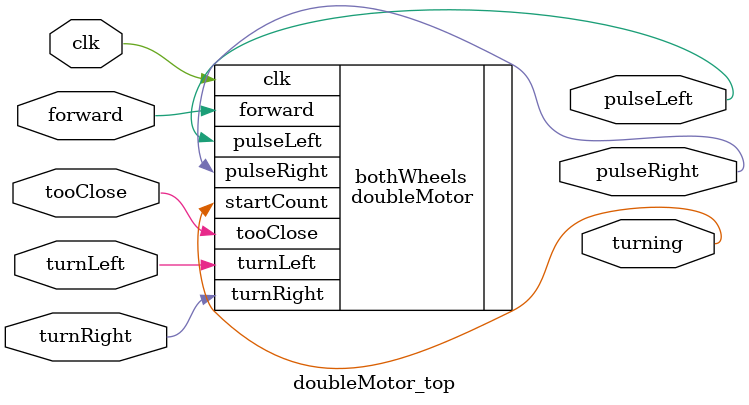
<source format=v>
`timescale 1ns / 1ps
module doubleMotor_top(
	input clk,
	input forward,
	input turnLeft,
	input turnRight,
	output pulseLeft,
	input tooClose,
	output pulseRight,
	output turning
    );
	 
	 doubleMotor bothWheels(
		.clk(clk),
		.pulseLeft(pulseLeft),
		.pulseRight(pulseRight),
		.forward(forward),
		.turnLeft(turnLeft),
		.turnRight(turnRight),
		.tooClose(tooClose),
		.startCount(turning)
	 );
	 


endmodule

</source>
